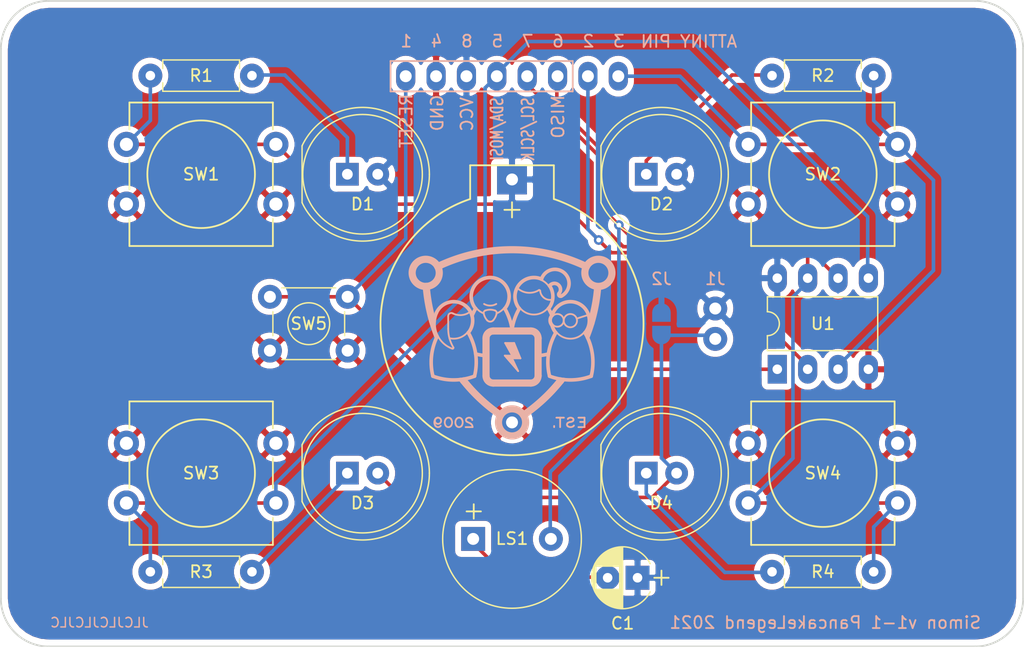
<source format=kicad_pcb>
(kicad_pcb (version 20171130) (host pcbnew "(5.1.6)-1")
  (layers (0 F.Cu signal) (31 B.Cu signal) (34 B.Paste user) (35 F.Paste user) (36 B.SilkS user) (37 F.SilkS user) (38 B.Mask user) (39 F.Mask user) (44 Edge.Cuts user))
  (net 0 "")
  (net 1 "Net-(D1-Pad1)")
  (net 2 "Net-(D2-Pad1)")
  (net 3 "Net-(D3-Pad1)")
  (net 4 "Net-(D4-Pad1)")
  (net 5 GND)
  (net 6 +BATT)
  (net 7 "Net-(C1-Pad2)")
  (net 8 "Net-(D3-Pad2)")
  (net 9 "Net-(J1-Pad5)")
  (net 10 "Net-(J1-Pad4)")
  (net 11 "Net-(J1-Pad8)")
  (net 12 "Net-(J1-Pad1)")
  (net 13 "Net-(J1-Pad6)")
  (net 14 "Net-(J1-Pad7)")
  (module CCHS:LED_D10.0mm (layer F.Cu) (at 12.5 -12.5)
    (fp_text reference D2 (at 0 2.5) (layer F.SilkS))
    (fp_text value LED)
    (fp_line (start -5.06 -2.376) (end -5.06 2.376) (layer F.SilkS) (width 0.12))
    (fp_circle (center 0 0) (end 5 0) (layer F.SilkS) (width 0.12))
    (fp_arc (start 0 0) (end -5.06 2.375816) (angle -154.8) (layer F.SilkS) (width 0.12))
    (fp_arc (start 0 0) (end -5.06 -2.375816) (angle 154.8) (layer F.SilkS) (width 0.12))
    (pad 2 thru_hole circle (at 1.27 0) (size 1.9 1.9) (drill 0.9) (layers *.Cu *.Mask) (net 6 +BATT))
    (pad 1 thru_hole rect (at -1.27 0) (size 1.9 1.9) (drill 0.9) (layers *.Cu *.Mask) (net 2 "Net-(D2-Pad1)"))
  )
  (module CCHS:DIP-8_W7.62mm_LongPads (layer F.Cu) (at 26 0 90)
    (fp_text reference U1 (at 0 0 180) (layer F.SilkS))
    (fp_text value ATtiny13-20PU)
    (fp_line (start 2.25 -4.64) (end 1 -4.64) (layer F.SilkS) (width 0.12))
    (fp_line (start 2.25 4.59) (end 2.25 -4.64) (layer F.SilkS) (width 0.12))
    (fp_line (start -2.25 4.59) (end 2.25 4.59) (layer F.SilkS) (width 0.12))
    (fp_line (start -2.25 -4.64) (end -2.25 4.59) (layer F.SilkS) (width 0.12))
    (fp_line (start -1 -4.64) (end -2.25 -4.64) (layer F.SilkS) (width 0.12))
    (fp_arc (start 0 -4.64) (end -1 -4.64) (angle -180) (layer F.SilkS) (width 0.12))
    (pad 8 thru_hole oval (at 3.81 -3.81 90) (size 2.4 1.6) (drill 0.8) (layers *.Cu *.Mask) (net 6 +BATT))
    (pad 4 thru_hole oval (at -3.81 3.81 90) (size 2.4 1.6) (drill 0.8) (layers *.Cu *.Mask) (net 5 GND))
    (pad 7 thru_hole oval (at 3.81 -1.27 90) (size 2.4 1.6) (drill 0.8) (layers *.Cu *.Mask) (net 9 "Net-(J1-Pad5)"))
    (pad 3 thru_hole oval (at -3.81 1.27 90) (size 2.4 1.6) (drill 0.8) (layers *.Cu *.Mask) (net 11 "Net-(J1-Pad8)"))
    (pad 6 thru_hole oval (at 3.81 1.27 90) (size 2.4 1.6) (drill 0.8) (layers *.Cu *.Mask) (net 13 "Net-(J1-Pad6)"))
    (pad 2 thru_hole oval (at -3.81 -1.27 90) (size 2.4 1.6) (drill 0.8) (layers *.Cu *.Mask) (net 14 "Net-(J1-Pad7)"))
    (pad 5 thru_hole oval (at 3.81 3.81 90) (size 2.4 1.6) (drill 0.8) (layers *.Cu *.Mask) (net 10 "Net-(J1-Pad4)"))
    (pad 1 thru_hole rect (at -3.81 -3.81 90) (size 2.4 1.6) (drill 0.8) (layers *.Cu *.Mask) (net 12 "Net-(J1-Pad1)"))
  )
  (module CCHS:CR2032-Plastic (layer F.Cu) (at 0 0)
    (fp_text reference J1 hide)
    (fp_text value Battery_Cell)
    (fp_line (start -0.635 -9.525) (end 0.635 -9.525) (layer F.SilkS) (width 0.15))
    (fp_line (start 0 -10.16) (end 0 -8.89) (layer F.SilkS) (width 0.15))
    (fp_line (start 3.5 -13.25) (end 3.5 -10.428326) (layer F.SilkS) (width 0.15))
    (fp_line (start -3.5 -13.25) (end -3.5 -10.428326) (layer F.SilkS) (width 0.15))
    (fp_line (start -3.5 -13.25) (end 3.5 -13.25) (layer F.SilkS) (width 0.15))
    (fp_arc (start 0 0) (end -3.499999 -10.428326) (angle -322.9) (layer F.SilkS) (width 0.15))
    (pad 2 thru_hole circle (at 0 8.255 270) (size 2.5 2.5) (drill 1) (layers *.Cu *.Mask) (net 5 GND))
    (pad 1 thru_hole rect (at 0 -12.065 270) (size 2.5 2.5) (drill 1) (layers *.Cu *.Mask) (net 6 +BATT))
  )
  (module CCHS:LED_D10.0mm (layer F.Cu) (at 12.5 12.5)
    (fp_text reference D4 (at -0.02 2.5) (layer F.SilkS))
    (fp_text value LED)
    (fp_line (start -5.06 -2.376) (end -5.06 2.376) (layer F.SilkS) (width 0.12))
    (fp_circle (center 0 0) (end 5 0) (layer F.SilkS) (width 0.12))
    (fp_arc (start 0 0) (end -5.06 2.375816) (angle -154.8) (layer F.SilkS) (width 0.12))
    (fp_arc (start 0 0) (end -5.06 -2.375816) (angle 154.8) (layer F.SilkS) (width 0.12))
    (pad 2 thru_hole circle (at 1.27 0) (size 1.9 1.9) (drill 0.9) (layers *.Cu *.Mask) (net 8 "Net-(D3-Pad2)"))
    (pad 1 thru_hole rect (at -1.27 0) (size 1.9 1.9) (drill 0.9) (layers *.Cu *.Mask) (net 4 "Net-(D4-Pad1)"))
  )
  (module CCHS:CP_Radial_D5.0mm_P2.50mm (layer F.Cu) (at 10.5 21.25 180)
    (fp_text reference C1 (at 1.25 -3.81) (layer F.SilkS))
    (fp_text value CP)
    (fp_line (start 1.25 -2.55) (end 1.25 2.55) (layer F.SilkS) (width 0.12))
    (fp_line (start 1.29 -2.55) (end 1.29 2.55) (layer F.SilkS) (width 0.12))
    (fp_line (start 1.33 -2.549) (end 1.33 2.549) (layer F.SilkS) (width 0.12))
    (fp_line (start 1.37 -2.548) (end 1.37 2.548) (layer F.SilkS) (width 0.12))
    (fp_line (start 1.41 -2.546) (end 1.41 2.546) (layer F.SilkS) (width 0.12))
    (fp_line (start 1.45 -2.543) (end 1.45 2.543) (layer F.SilkS) (width 0.12))
    (fp_line (start 1.49 -2.539) (end 1.49 2.539) (layer F.SilkS) (width 0.12))
    (fp_line (start 1.53 -2.535) (end 1.53 -0.98) (layer F.SilkS) (width 0.12))
    (fp_line (start 1.53 0.98) (end 1.53 2.535) (layer F.SilkS) (width 0.12))
    (fp_line (start 1.57 -2.531) (end 1.57 -0.98) (layer F.SilkS) (width 0.12))
    (fp_line (start 1.57 0.98) (end 1.57 2.531) (layer F.SilkS) (width 0.12))
    (fp_line (start 1.61 -2.525) (end 1.61 -0.98) (layer F.SilkS) (width 0.12))
    (fp_line (start 1.61 0.98) (end 1.61 2.525) (layer F.SilkS) (width 0.12))
    (fp_line (start 1.65 -2.519) (end 1.65 -0.98) (layer F.SilkS) (width 0.12))
    (fp_line (start 1.65 0.98) (end 1.65 2.519) (layer F.SilkS) (width 0.12))
    (fp_line (start 1.69 -2.513) (end 1.69 -0.98) (layer F.SilkS) (width 0.12))
    (fp_line (start 1.69 0.98) (end 1.69 2.513) (layer F.SilkS) (width 0.12))
    (fp_line (start 1.73 -2.506) (end 1.73 -0.98) (layer F.SilkS) (width 0.12))
    (fp_line (start 1.73 0.98) (end 1.73 2.506) (layer F.SilkS) (width 0.12))
    (fp_line (start 1.77 -2.498) (end 1.77 -0.98) (layer F.SilkS) (width 0.12))
    (fp_line (start 1.77 0.98) (end 1.77 2.498) (layer F.SilkS) (width 0.12))
    (fp_line (start 1.81 -2.489) (end 1.81 -0.98) (layer F.SilkS) (width 0.12))
    (fp_line (start 1.81 0.98) (end 1.81 2.489) (layer F.SilkS) (width 0.12))
    (fp_line (start 1.85 -2.48) (end 1.85 -0.98) (layer F.SilkS) (width 0.12))
    (fp_line (start 1.85 0.98) (end 1.85 2.48) (layer F.SilkS) (width 0.12))
    (fp_line (start 1.89 -2.47) (end 1.89 -0.98) (layer F.SilkS) (width 0.12))
    (fp_line (start 1.89 0.98) (end 1.89 2.47) (layer F.SilkS) (width 0.12))
    (fp_line (start 1.93 -2.46) (end 1.93 -0.98) (layer F.SilkS) (width 0.12))
    (fp_line (start 1.93 0.98) (end 1.93 2.46) (layer F.SilkS) (width 0.12))
    (fp_line (start 1.971 -2.448) (end 1.971 -0.98) (layer F.SilkS) (width 0.12))
    (fp_line (start 1.971 0.98) (end 1.971 2.448) (layer F.SilkS) (width 0.12))
    (fp_line (start 2.011 -2.436) (end 2.011 -0.98) (layer F.SilkS) (width 0.12))
    (fp_line (start 2.011 0.98) (end 2.011 2.436) (layer F.SilkS) (width 0.12))
    (fp_line (start 2.051 -2.424) (end 2.051 -0.98) (layer F.SilkS) (width 0.12))
    (fp_line (start 2.051 0.98) (end 2.051 2.424) (layer F.SilkS) (width 0.12))
    (fp_line (start 2.091 -2.41) (end 2.091 -0.98) (layer F.SilkS) (width 0.12))
    (fp_line (start 2.091 0.98) (end 2.091 2.41) (layer F.SilkS) (width 0.12))
    (fp_line (start 2.131 -2.396) (end 2.131 -0.98) (layer F.SilkS) (width 0.12))
    (fp_line (start 2.131 0.98) (end 2.131 2.396) (layer F.SilkS) (width 0.12))
    (fp_line (start 2.171 -2.382) (end 2.171 -0.98) (layer F.SilkS) (width 0.12))
    (fp_line (start 2.171 0.98) (end 2.171 2.382) (layer F.SilkS) (width 0.12))
    (fp_line (start 2.211 -2.366) (end 2.211 -0.98) (layer F.SilkS) (width 0.12))
    (fp_line (start 2.211 0.98) (end 2.211 2.366) (layer F.SilkS) (width 0.12))
    (fp_line (start 2.251 -2.35) (end 2.251 -0.98) (layer F.SilkS) (width 0.12))
    (fp_line (start 2.251 0.98) (end 2.251 2.35) (layer F.SilkS) (width 0.12))
    (fp_line (start 2.291 -2.333) (end 2.291 -0.98) (layer F.SilkS) (width 0.12))
    (fp_line (start 2.291 0.98) (end 2.291 2.333) (layer F.SilkS) (width 0.12))
    (fp_line (start 2.331 -2.315) (end 2.331 -0.98) (layer F.SilkS) (width 0.12))
    (fp_line (start 2.331 0.98) (end 2.331 2.315) (layer F.SilkS) (width 0.12))
    (fp_line (start 2.371 -2.296) (end 2.371 -0.98) (layer F.SilkS) (width 0.12))
    (fp_line (start 2.371 0.98) (end 2.371 2.296) (layer F.SilkS) (width 0.12))
    (fp_line (start 2.411 -2.276) (end 2.411 -0.98) (layer F.SilkS) (width 0.12))
    (fp_line (start 2.411 0.98) (end 2.411 2.276) (layer F.SilkS) (width 0.12))
    (fp_line (start 2.451 -2.256) (end 2.451 -0.98) (layer F.SilkS) (width 0.12))
    (fp_line (start 2.451 0.98) (end 2.451 2.256) (layer F.SilkS) (width 0.12))
    (fp_line (start 2.491 -2.234) (end 2.491 -0.98) (layer F.SilkS) (width 0.12))
    (fp_line (start 2.491 0.98) (end 2.491 2.234) (layer F.SilkS) (width 0.12))
    (fp_line (start 2.531 -2.212) (end 2.531 -0.98) (layer F.SilkS) (width 0.12))
    (fp_line (start 2.531 0.98) (end 2.531 2.212) (layer F.SilkS) (width 0.12))
    (fp_line (start 2.571 -2.189) (end 2.571 -0.98) (layer F.SilkS) (width 0.12))
    (fp_line (start 2.571 0.98) (end 2.571 2.189) (layer F.SilkS) (width 0.12))
    (fp_line (start 2.611 -2.165) (end 2.611 -0.98) (layer F.SilkS) (width 0.12))
    (fp_line (start 2.611 0.98) (end 2.611 2.165) (layer F.SilkS) (width 0.12))
    (fp_line (start 2.651 -2.14) (end 2.651 -0.98) (layer F.SilkS) (width 0.12))
    (fp_line (start 2.651 0.98) (end 2.651 2.14) (layer F.SilkS) (width 0.12))
    (fp_line (start 2.691 -2.113) (end 2.691 -0.98) (layer F.SilkS) (width 0.12))
    (fp_line (start 2.691 0.98) (end 2.691 2.113) (layer F.SilkS) (width 0.12))
    (fp_line (start 2.731 -2.086) (end 2.731 -0.98) (layer F.SilkS) (width 0.12))
    (fp_line (start 2.731 0.98) (end 2.731 2.086) (layer F.SilkS) (width 0.12))
    (fp_line (start 2.771 -2.058) (end 2.771 -0.98) (layer F.SilkS) (width 0.12))
    (fp_line (start 2.771 0.98) (end 2.771 2.058) (layer F.SilkS) (width 0.12))
    (fp_line (start 2.811 -2.028) (end 2.811 -0.98) (layer F.SilkS) (width 0.12))
    (fp_line (start 2.811 0.98) (end 2.811 2.028) (layer F.SilkS) (width 0.12))
    (fp_line (start 2.851 -1.997) (end 2.851 -0.98) (layer F.SilkS) (width 0.12))
    (fp_line (start 2.851 0.98) (end 2.851 1.997) (layer F.SilkS) (width 0.12))
    (fp_line (start 2.891 -1.965) (end 2.891 -0.98) (layer F.SilkS) (width 0.12))
    (fp_line (start 2.891 0.98) (end 2.891 1.965) (layer F.SilkS) (width 0.12))
    (fp_line (start 2.931 -1.932) (end 2.931 -0.98) (layer F.SilkS) (width 0.12))
    (fp_line (start 2.931 0.98) (end 2.931 1.932) (layer F.SilkS) (width 0.12))
    (fp_line (start 2.971 -1.897) (end 2.971 -0.98) (layer F.SilkS) (width 0.12))
    (fp_line (start 2.971 0.98) (end 2.971 1.897) (layer F.SilkS) (width 0.12))
    (fp_line (start 3.011 -1.861) (end 3.011 -0.98) (layer F.SilkS) (width 0.12))
    (fp_line (start 3.011 0.98) (end 3.011 1.861) (layer F.SilkS) (width 0.12))
    (fp_line (start 3.051 -1.823) (end 3.051 -0.98) (layer F.SilkS) (width 0.12))
    (fp_line (start 3.051 0.98) (end 3.051 1.823) (layer F.SilkS) (width 0.12))
    (fp_line (start 3.091 -1.783) (end 3.091 -0.98) (layer F.SilkS) (width 0.12))
    (fp_line (start 3.091 0.98) (end 3.091 1.783) (layer F.SilkS) (width 0.12))
    (fp_line (start 3.131 -1.742) (end 3.131 -0.98) (layer F.SilkS) (width 0.12))
    (fp_line (start 3.131 0.98) (end 3.131 1.742) (layer F.SilkS) (width 0.12))
    (fp_line (start 3.171 -1.699) (end 3.171 -0.98) (layer F.SilkS) (width 0.12))
    (fp_line (start 3.171 0.98) (end 3.171 1.699) (layer F.SilkS) (width 0.12))
    (fp_line (start 3.211 -1.654) (end 3.211 -0.98) (layer F.SilkS) (width 0.12))
    (fp_line (start 3.211 0.98) (end 3.211 1.654) (layer F.SilkS) (width 0.12))
    (fp_line (start 3.251 -1.606) (end 3.251 -0.98) (layer F.SilkS) (width 0.12))
    (fp_line (start 3.251 0.98) (end 3.251 1.606) (layer F.SilkS) (width 0.12))
    (fp_line (start 3.291 -1.556) (end 3.291 -0.98) (layer F.SilkS) (width 0.12))
    (fp_line (start 3.291 0.98) (end 3.291 1.556) (layer F.SilkS) (width 0.12))
    (fp_line (start 3.331 -1.504) (end 3.331 -0.98) (layer F.SilkS) (width 0.12))
    (fp_line (start 3.331 0.98) (end 3.331 1.504) (layer F.SilkS) (width 0.12))
    (fp_line (start 3.371 -1.448) (end 3.371 -0.98) (layer F.SilkS) (width 0.12))
    (fp_line (start 3.371 0.98) (end 3.371 1.448) (layer F.SilkS) (width 0.12))
    (fp_line (start 3.411 -1.39) (end 3.411 -0.98) (layer F.SilkS) (width 0.12))
    (fp_line (start 3.411 0.98) (end 3.411 1.39) (layer F.SilkS) (width 0.12))
    (fp_line (start 3.451 -1.327) (end 3.451 -0.98) (layer F.SilkS) (width 0.12))
    (fp_line (start 3.451 0.98) (end 3.451 1.327) (layer F.SilkS) (width 0.12))
    (fp_line (start 3.491 -1.261) (end 3.491 1.261) (layer F.SilkS) (width 0.12))
    (fp_line (start 3.531 -1.189) (end 3.531 1.189) (layer F.SilkS) (width 0.12))
    (fp_line (start 3.571 -1.112) (end 3.571 1.112) (layer F.SilkS) (width 0.12))
    (fp_line (start 3.611 -1.028) (end 3.611 1.028) (layer F.SilkS) (width 0.12))
    (fp_line (start 3.651 -0.934) (end 3.651 0.934) (layer F.SilkS) (width 0.12))
    (fp_line (start 3.691 -0.829) (end 3.691 0.829) (layer F.SilkS) (width 0.12))
    (fp_line (start 3.731 -0.707) (end 3.731 0.707) (layer F.SilkS) (width 0.12))
    (fp_line (start 3.771 -0.559) (end 3.771 0.559) (layer F.SilkS) (width 0.12))
    (fp_line (start 3.811 -0.354) (end 3.811 0.354) (layer F.SilkS) (width 0.12))
    (fp_line (start -2 0.6) (end -2 -0.6) (layer F.SilkS) (width 0.15))
    (fp_line (start -1.4 0) (end -2.6 0) (layer F.SilkS) (width 0.15))
    (fp_arc (start 1.25 0) (end -1.05558 -1.18) (angle 125.8) (layer F.SilkS) (width 0.12))
    (fp_arc (start 1.25 0) (end -1.05558 1.18) (angle -125.8) (layer F.SilkS) (width 0.12))
    (fp_arc (start 1.25 0) (end 3.55558 -1.18) (angle 54.2) (layer F.SilkS) (width 0.12))
    (pad 1 thru_hole rect (at 0 0 180) (size 2 2) (drill 0.8) (layers *.Cu *.Mask) (net 6 +BATT))
    (pad 2 thru_hole circle (at 2.5 0 180) (size 2 2) (drill 0.8) (layers *.Cu *.Mask) (net 7 "Net-(C1-Pad2)"))
  )
  (module CCHS:Buzzer_12x9.5RM6.5 (layer F.Cu) (at 0 18)
    (fp_text reference LS1 (at 0 -0.025001) (layer F.SilkS))
    (fp_text value Speaker)
    (fp_circle (center 0 0) (end 5.8 0) (layer F.SilkS) (width 0.12))
    (fp_line (start -3.2 -2.9) (end -3.2 -1.7) (layer F.SilkS) (width 0.15))
    (fp_line (start -3.8 -2.3) (end -2.6 -2.3) (layer F.SilkS) (width 0.15))
    (pad 1 thru_hole rect (at -3.25 0) (size 2 2) (drill 1) (layers *.Cu *.Mask) (net 7 "Net-(C1-Pad2)"))
    (pad 2 thru_hole circle (at 3.25 0) (size 2 2) (drill 1) (layers *.Cu *.Mask) (net 13 "Net-(J1-Pad6)"))
  )
  (module CCHS:CCHS_Logo_NoText (layer B.Cu) (at 9.48 13.52 180)
    (fp_text reference L1 hide)
    (fp_text value CCHS_Logo)
    (fp_line (start 7.910096 8.556047) (end 11.042096 8.556047) (layer B.SilkS) (width 0.6))
    (fp_line (start 11.653346 12.299297) (end 11.653346 9.167297) (layer B.SilkS) (width 0.6))
    (fp_line (start 7.910096 12.910547) (end 11.042096 12.910547) (layer B.SilkS) (width 0.6))
    (fp_line (start 7.298846 9.167297) (end 7.298846 12.299297) (layer B.SilkS) (width 0.6))
    (fp_circle (center 9.476096 5.265221) (end 10.610711 5.265221) (layer B.SilkS) (width 0.6))
    (fp_circle (center 16.697636 17.773296) (end 17.832251 17.773296) (layer B.SilkS) (width 0.6))
    (fp_circle (center 2.254555 17.773296) (end 3.38917 17.773296) (layer B.SilkS) (width 0.6))
    (fp_circle (center 15.667868 5.39993) (end 15.927659 5.39993) (layer B.SilkS) (width 0.15))
    (fp_line (start 13.024669 5.212104) (end 13.20465 5.294792) (layer B.SilkS) (width 0.15))
    (fp_line (start 13.357461 4.870721) (end 12.78048 4.870721) (layer B.SilkS) (width 0.15))
    (fp_line (start 5.955238 4.870721) (end 5.955238 4.962904) (layer B.SilkS) (width 0.15))
    (fp_line (start 4.524195 5.315233) (end 4.652818 5.291761) (layer B.SilkS) (width 0.15))
    (fp_line (start 5.45385 5.659721) (end 5.45385 4.870721) (layer B.SilkS) (width 0.15))
    (fp_line (start 5.140177 5.659721) (end 5.767523 5.659721) (layer B.SilkS) (width 0.15))
    (fp_line (start 3.415793 5.304671) (end 3.778314 5.304671) (layer B.SilkS) (width 0.15))
    (fp_line (start 3.415793 5.659721) (end 3.921977 5.659721) (layer B.SilkS) (width 0.15))
    (fp_line (start 3.415793 4.870721) (end 3.415793 5.659721) (layer B.SilkS) (width 0.15))
    (fp_line (start 3.921977 4.870721) (end 3.415793 4.870721) (layer B.SilkS) (width 0.15))
    (fp_line (start 9.569166 10.481333) (end 9.756906 10.698565) (layer B.SilkS) (width 0.15))
    (fp_line (start 9.671618 10.698565) (end 9.569166 10.481333) (layer B.SilkS) (width 0.15))
    (fp_line (start 9.756906 10.698565) (end 9.671618 10.698565) (layer B.SilkS) (width 0.15))
    (fp_line (start 9.378474 11.309918) (end 9.543414 11.605685) (layer B.SilkS) (width 0.15))
    (fp_line (start 9.499449 11.605685) (end 9.378474 11.309918) (layer B.SilkS) (width 0.15))
    (fp_line (start 9.543414 11.605685) (end 9.499449 11.605685) (layer B.SilkS) (width 0.15))
    (fp_line (start 9.207315 10.849012) (end 9.671113 11.680685) (layer B.SilkS) (width 0.15))
    (fp_line (start 9.108922 10.849012) (end 9.207315 10.849012) (layer B.SilkS) (width 0.15))
    (fp_line (start 9.449094 11.680685) (end 9.108922 10.849012) (layer B.SilkS) (width 0.15))
    (fp_line (start 9.671113 11.680685) (end 9.449094 11.680685) (layer B.SilkS) (width 0.15))
    (fp_line (start 9.251364 10.774012) (end 9.798812 11.755685) (layer B.SilkS) (width 0.15))
    (fp_line (start 8.997214 10.774012) (end 9.251364 10.774012) (layer B.SilkS) (width 0.15))
    (fp_line (start 9.39874 11.755685) (end 8.997214 10.774012) (layer B.SilkS) (width 0.15))
    (fp_line (start 9.798812 11.755685) (end 9.39874 11.755685) (layer B.SilkS) (width 0.15))
    (fp_line (start 9.336988 10.773565) (end 9.926511 11.830685) (layer B.SilkS) (width 0.15))
    (fp_line (start 9.920851 10.773565) (end 9.336988 10.773565) (layer B.SilkS) (width 0.15))
    (fp_line (start 9.267553 10.017638) (end 9.920851 10.773565) (layer B.SilkS) (width 0.15))
    (fp_line (start 9.588907 10.699012) (end 9.267553 10.017638) (layer B.SilkS) (width 0.15))
    (fp_line (start 8.885506 10.699012) (end 9.588907 10.699012) (layer B.SilkS) (width 0.15))
    (fp_line (start 9.348385 11.830685) (end 8.885506 10.699012) (layer B.SilkS) (width 0.15))
    (fp_line (start 9.926511 11.830685) (end 9.348385 11.830685) (layer B.SilkS) (width 0.15))
    (fp_line (start 9.464687 10.848565) (end 10.054211 11.905685) (layer B.SilkS) (width 0.15))
    (fp_line (start 10.084796 10.848565) (end 9.464687 10.848565) (layer B.SilkS) (width 0.15))
    (fp_line (start 8.965941 9.553944) (end 10.084796 10.848565) (layer B.SilkS) (width 0.15))
    (fp_line (start 9.470612 10.624012) (end 8.965941 9.553944) (layer B.SilkS) (width 0.15))
    (fp_line (start 8.773798 10.624012) (end 9.470612 10.624012) (layer B.SilkS) (width 0.15))
    (fp_line (start 9.298031 11.905685) (end 8.773798 10.624012) (layer B.SilkS) (width 0.15))
    (fp_line (start 10.054211 11.905685) (end 9.298031 11.905685) (layer B.SilkS) (width 0.15))
    (fp_line (start 4.067506 13.946904) (end 3.087063 14.262213) (layer B.SilkS) (width 0.15))
    (fp_line (start 14.81606 13.086738) (end 14.81606 14.155281) (layer B.SilkS) (width 0.15))
    (fp_circle (center 5.687177 13.800778) (end 6.218953 13.800778) (layer B.SilkS) (width 0.15))
    (fp_circle (center 4.596634 13.776737) (end 5.152451 13.776737) (layer B.SilkS) (width 0.15))
    (fp_arc (start 2.254555 17.773296) (end 10.43566 5.870686) (angle 16.7560567) (layer B.SilkS) (width 0.6))
    (fp_arc (start 16.697636 17.773296) (end 5.432402 8.734652) (angle 16.7560567) (layer B.SilkS) (width 0.6))
    (fp_arc (start 16.710864 17.728702) (end 2.312349 16.594963) (angle 12.09688078) (layer B.SilkS) (width 0.6))
    (fp_arc (start 9.476096 5.265221) (end 15.693506 18.30157) (angle 50.99563894) (layer B.SilkS) (width 0.6))
    (fp_arc (start 2.254555 17.773296) (end 16.13381 13.777187) (angle 11.55996388) (layer B.SilkS) (width 0.6))
    (fp_arc (start 11.042096 9.167297) (end 11.042096 8.556047) (angle 90) (layer B.SilkS) (width 0.6))
    (fp_arc (start 7.910096 9.167297) (end 7.298846 9.167297) (angle 90) (layer B.SilkS) (width 0.6))
    (fp_arc (start 11.042096 12.299297) (end 11.653346 12.299297) (angle 90) (layer B.SilkS) (width 0.6))
    (fp_arc (start 7.910096 12.299297) (end 7.910096 12.910547) (angle 90) (layer B.SilkS) (width 0.6))
    (fp_arc (start 2.254555 17.773296) (end 13.636786 8.64078) (angle 1.031358552) (layer B.SilkS) (width 0.3))
    (fp_arc (start 16.697636 17.773296) (end 5.152868 8.847136) (angle 1.031358552) (layer B.SilkS) (width 0.3))
    (fp_arc (start 16.697636 17.773296) (end 2.723746 13.567538) (angle 5.116448184) (layer B.SilkS) (width 0.3))
    (fp_arc (start 2.254555 17.773296) (end 15.797696 12.338101) (angle 5.804658442) (layer B.SilkS) (width 0.3))
    (fp_arc (start 1.584583 10.304955) (end 6.338182 9.131592) (angle 44.02978216) (layer B.SilkS) (width 0.3))
    (fp_arc (start 7.608684 10.304955) (end 3.375423 12.765236) (angle 44.02978216) (layer B.SilkS) (width 0.3))
    (fp_arc (start 4.596634 13.776737) (end 2.855086 9.131592) (angle 41.1038383) (layer B.SilkS) (width 0.3))
    (fp_arc (start 5.687177 13.800778) (end 6.134729 13.391053) (angle 87.47270895) (layer B.SilkS) (width 0.3))
    (fp_arc (start 4.596634 13.776737) (end 5.817844 12.765236) (angle 25.5572718) (layer B.SilkS) (width 0.3))
    (fp_arc (start 7.646931 15.796407) (end 6.433219 10.986285) (angle 10.13801209) (layer B.SilkS) (width 0.3))
    (fp_arc (start 14.355558 13.776737) (end 12.61401 9.131592) (angle 41.1038383) (layer B.SilkS) (width 0.3))
    (fp_arc (start 11.343508 10.304955) (end 16.097106 9.131592) (angle 38.4002057) (layer B.SilkS) (width 0.3))
    (fp_arc (start 17.367609 10.304955) (end 13.134348 12.765236) (angle 44.02978216) (layer B.SilkS) (width 0.3))
    (fp_arc (start 11.305261 15.796407) (end 11.653346 10.84775) (angle 10.13801209) (layer B.SilkS) (width 0.3))
    (fp_arc (start 8.29321 12.324625) (end 12.8229 14.183493) (angle 7.852259834) (layer B.SilkS) (width 0.3))
    (fp_arc (start 14.317312 12.324625) (end 10.084051 14.784906) (angle 21.56387318) (layer B.SilkS) (width 0.3))
    (fp_arc (start 11.305261 15.796407) (end 12.526471 14.784906) (angle 259.2683831) (layer B.SilkS) (width 0.3))
    (fp_arc (start 14.355558 13.776737) (end 15.806249 14.417039) (angle 195.8186035) (layer B.SilkS) (width 0.3))
    (fp_arc (start 4.596634 13.776737) (end 2.869666 13.602709) (angle 35.78225853) (layer B.SilkS) (width 0.3))
    (fp_arc (start 4.596634 13.776737) (end 6.116238 14.229828) (angle 203.0315269) (layer B.SilkS) (width 0.3))
    (fp_arc (start 10.658981 12.324625) (end 6.42572 14.784906) (angle 7.565180006) (layer B.SilkS) (width 0.3))
    (fp_arc (start 7.646931 15.796407) (end 6.338894 16.692805) (angle 74.05703736) (layer B.SilkS) (width 0.3))
    (fp_arc (start 5.423547 15.96538) (end 5.355895 15.831503) (angle 156.1116405) (layer B.SilkS) (width 0.3))
    (fp_arc (start 5.888396 16.885267) (end 7.011555 17.249262) (angle 225.2344819) (layer B.SilkS) (width 0.3))
    (fp_arc (start 7.646931 15.796407) (end 8.868141 14.784906) (angle 153.2553632) (layer B.SilkS) (width 0.3))
    (fp_arc (start 4.63488 12.324625) (end 9.476096 13.056821) (angle 21.56387318) (layer B.SilkS) (width 0.3))
    (fp_arc (start 13.726542 13.499104) (end 15.744109 12.451625) (angle 51.25298943) (layer B.SilkS) (width 0.3))
    (fp_arc (start 5.93401 16.383229) (end 6.338894 16.692805) (angle 181.9009777) (layer B.SilkS) (width 0.3))
    (fp_arc (start 13.720755 5.265221) (end 14.13606 4.992105) (angle 66.66) (layer B.SilkS) (width 0.15))
    (fp_arc (start 13.910956 5.140139) (end 13.685851 4.992105) (angle 113.34) (layer B.SilkS) (width 0.15))
    (fp_arc (start 14.101157 5.265221) (end 13.685851 5.538337) (angle 66.66) (layer B.SilkS) (width 0.15))
    (fp_arc (start 13.910956 5.390302) (end 14.13606 5.538337) (angle 113.34) (layer B.SilkS) (width 0.15))
    (fp_arc (start 15.667868 5.390302) (end 15.892972 5.538337) (angle 56.67) (layer B.SilkS) (width 0.15))
    (fp_arc (start 15.477667 5.265221) (end 15.892972 4.992105) (angle 66.66) (layer B.SilkS) (width 0.15))
    (fp_arc (start 15.667868 5.140139) (end 15.442763 4.992105) (angle 113.34) (layer B.SilkS) (width 0.15))
    (fp_arc (start 14.607117 5.265221) (end 15.022423 4.992105) (angle 66.66) (layer B.SilkS) (width 0.15))
    (fp_arc (start 14.797318 5.140139) (end 14.572214 4.992105) (angle 113.34) (layer B.SilkS) (width 0.15))
    (fp_arc (start 14.98752 5.265221) (end 14.572214 5.538337) (angle 66.66) (layer B.SilkS) (width 0.15))
    (fp_arc (start 14.797318 5.390302) (end 15.022423 5.538337) (angle 113.34) (layer B.SilkS) (width 0.15))
    (fp_arc (start 12.96854 5.462365) (end 12.86811 5.590115) (angle 51.82729237) (layer B.SilkS) (width 0.15))
    (fp_arc (start 13.06897 5.334616) (end 13.269831 5.590115) (angle 76.34541525) (layer B.SilkS) (width 0.15))
    (fp_arc (start 13.169401 5.462365) (end 13.269831 5.334616) (angle 103.6545847) (layer B.SilkS) (width 0.15))
    (fp_arc (start 13.06897 5.590115) (end 13.20465 5.294792) (angle 13.49736873) (layer B.SilkS) (width 0.15))
    (fp_arc (start 13.264731 4.689578) (end 13.024669 5.212104) (angle 12.08850988) (layer B.SilkS) (width 0.15))
    (fp_arc (start 13.129398 4.870721) (end 12.920564 5.150242) (angle 53.23615123) (layer B.SilkS) (width 0.15))
    (fp_arc (start 4.452848 5.084442) (end 4.299673 5.005763) (angle 27.18755092) (layer B.SilkS) (width 0.15))
    (fp_arc (start 4.582075 5.26478) (end 4.352545 4.94447) (angle 71.24979631) (layer B.SilkS) (width 0.15))
    (fp_arc (start 4.711303 5.084442) (end 4.811606 4.94447) (angle 108.7502037) (layer B.SilkS) (width 0.15))
    (fp_arc (start 4.582075 4.904104) (end 4.811606 5.224414) (angle 25.28295379) (layer B.SilkS) (width 0.15))
    (fp_arc (start 4.582075 5.632407) (end 4.394278 5.370335) (angle 25.28295379) (layer B.SilkS) (width 0.15))
    (fp_arc (start 4.476343 5.484858) (end 4.394278 5.599381) (angle 108.7502037) (layer B.SilkS) (width 0.15))
    (fp_arc (start 4.582075 5.337309) (end 4.769873 5.599381) (angle 71.24979631) (layer B.SilkS) (width 0.15))
    (fp_arc (start 4.687807 5.484858) (end 4.813132 5.549232) (angle 27.18755092) (layer B.SilkS) (width 0.15))
    (fp_arc (start 4.596634 13.776737) (end 3.416152 12.834017) (angle 102.7790174) (layer B.SilkS) (width 0.15))
    (fp_arc (start 7.646931 15.796407) (end 6.466449 14.853687) (angle 102.7790174) (layer B.SilkS) (width 0.15))
    (fp_arc (start 14.45197 11.503594) (end 14.387685 11.542226) (angle 140.9807696) (layer B.SilkS) (width 0.15))
    (fp_arc (start 11.305261 15.796407) (end 11.845458 14.385576) (angle 30.43803688) (layer B.SilkS) (width 0.15))
    (fp_arc (start 11.305261 15.796407) (end 10.124779 14.853687) (angle 30.43803688) (layer B.SilkS) (width 0.15))
    (fp_arc (start 8.018539 17.5964) (end 7.238284 16.325115) (angle 75.59159096) (layer B.SilkS) (width 0.15))
    (fp_arc (start 11.305261 14.03832) (end 11.044603 13.811481) (angle 97.93686253) (layer B.SilkS) (width 0.15))
    (fp_arc (start 10.639563 14.617647) (end 11.565919 13.811481) (angle 30.18113885) (layer B.SilkS) (width 0.15))
    (fp_arc (start 11.639119 14.426059) (end 11.845631 14.386477) (angle 81.70085977) (layer B.SilkS) (width 0.15))
    (fp_arc (start 11.305261 13.464625) (end 11.708096 14.624695) (angle 38.29914023) (layer B.SilkS) (width 0.15))
    (fp_arc (start 10.971403 14.426059) (end 10.902426 14.624695) (angle 81.70085977) (layer B.SilkS) (width 0.15))
    (fp_arc (start 11.970959 14.617647) (end 10.764891 14.386477) (angle 30.18113885) (layer B.SilkS) (width 0.15))
    (fp_arc (start 6.299755 16.340601) (end 6.081753 15.542026) (angle 100.2229633) (layer B.SilkS) (width 0.15))
    (fp_arc (start 7.199052 16.261194) (end 7.238284 16.325115) (angle 116.4935855) (layer B.SilkS) (width 0.15))
    (fp_arc (start 14.355558 13.776737) (end 13.175077 12.834017) (angle 65.09331296) (layer B.SilkS) (width 0.15))
    (fp_arc (start 13.726542 13.499104) (end 14.477594 11.433108) (angle 44.01889469) (layer B.SilkS) (width 0.15))
    (fp_arc (start 13.814259 15.612799) (end 12.961951 14.533274) (angle 65.26558706) (layer B.SilkS) (width 0.15))
    (fp_arc (start 14.55606 14.155281) (end 14.81606 14.155281) (angle 116.9737164) (layer B.SilkS) (width 0.15))
    (fp_arc (start 11.817493 13.086738) (end 14.387685 11.542226) (angle 31.00303545) (layer B.SilkS) (width 0.15))
    (fp_arc (start 11.305261 16.054468) (end 10.794981 15.170636) (angle 60) (layer B.SilkS) (width 0.15))
    (fp_arc (start 7.646931 15.796407) (end 7.032567 17.176557) (angle 32.78073627) (layer B.SilkS) (width 0.15))
  )
  (module CCHS:LED_D10.0mm (layer F.Cu) (at -12.5 -12.5)
    (fp_text reference D1 (at 0 2.5) (layer F.SilkS))
    (fp_text value LED)
    (fp_line (start -5.06 -2.376) (end -5.06 2.376) (layer F.SilkS) (width 0.12))
    (fp_circle (center 0 0) (end 5 0) (layer F.SilkS) (width 0.12))
    (fp_arc (start 0 0) (end -5.06 2.375816) (angle -154.8) (layer F.SilkS) (width 0.12))
    (fp_arc (start 0 0) (end -5.06 -2.375816) (angle 154.8) (layer F.SilkS) (width 0.12))
    (pad 2 thru_hole circle (at 1.27 0) (size 1.9 1.9) (drill 0.9) (layers *.Cu *.Mask) (net 6 +BATT))
    (pad 1 thru_hole rect (at -1.27 0) (size 1.9 1.9) (drill 0.9) (layers *.Cu *.Mask) (net 1 "Net-(D1-Pad1)"))
  )
  (module CCHS:LED_D10.0mm (layer F.Cu) (at -12.5 12.5)
    (fp_text reference D3 (at 0 2.5) (layer F.SilkS))
    (fp_text value LED)
    (fp_line (start -5.06 -2.376) (end -5.06 2.376) (layer F.SilkS) (width 0.12))
    (fp_circle (center 0 0) (end 5 0) (layer F.SilkS) (width 0.12))
    (fp_arc (start 0 0) (end -5.06 2.375816) (angle -154.8) (layer F.SilkS) (width 0.12))
    (fp_arc (start 0 0) (end -5.06 -2.375816) (angle 154.8) (layer F.SilkS) (width 0.12))
    (pad 2 thru_hole circle (at 1.27 0) (size 1.9 1.9) (drill 0.9) (layers *.Cu *.Mask) (net 8 "Net-(D3-Pad2)"))
    (pad 1 thru_hole rect (at -1.27 0) (size 1.9 1.9) (drill 0.9) (layers *.Cu *.Mask) (net 3 "Net-(D3-Pad1)"))
  )
  (module CCHS:SW_PUSH-12mm (layer F.Cu) (at -26 -12.5 180)
    (fp_text reference SW1 (at 0 0) (layer F.SilkS))
    (fp_text value SW_Push)
    (fp_line (start 6 6) (end 6 3.75) (layer F.SilkS) (width 0.15))
    (fp_line (start -6 6) (end 6 6) (layer F.SilkS) (width 0.15))
    (fp_line (start -6 3.75) (end -6 6) (layer F.SilkS) (width 0.15))
    (fp_line (start -6 -1.25) (end -6 1.25) (layer F.SilkS) (width 0.15))
    (fp_line (start 6 -1.25) (end 6 1.25) (layer F.SilkS) (width 0.15))
    (fp_line (start 6 -6) (end 6 -3.75) (layer F.SilkS) (width 0.15))
    (fp_line (start -6 -6) (end 6 -6) (layer F.SilkS) (width 0.15))
    (fp_line (start -6 -3.75) (end -6 -6) (layer F.SilkS) (width 0.15))
    (fp_circle (center 0 0) (end 4.5 0) (layer F.SilkS) (width 0.15))
    (pad 2 thru_hole circle (at 6.25 2.5 180) (size 2.1 2.1) (drill 1.1) (layers *.Cu *.Mask) (net 14 "Net-(J1-Pad7)"))
    (pad 1 thru_hole circle (at 6.25 -2.5 180) (size 2.1 2.1) (drill 1.1) (layers *.Cu *.Mask) (net 5 GND))
    (pad 2 thru_hole circle (at -6.25 2.5 180) (size 2.1 2.1) (drill 1.1) (layers *.Cu *.Mask) (net 14 "Net-(J1-Pad7)"))
    (pad 1 thru_hole circle (at -6.25 -2.5 180) (size 2.1 2.1) (drill 1.1) (layers *.Cu *.Mask) (net 5 GND))
  )
  (module CCHS:SW_PUSH-12mm (layer F.Cu) (at 26 -12.5 180)
    (fp_text reference SW2 (at 0 0) (layer F.SilkS))
    (fp_text value SW_Push)
    (fp_line (start 6 6) (end 6 3.75) (layer F.SilkS) (width 0.15))
    (fp_line (start -6 6) (end 6 6) (layer F.SilkS) (width 0.15))
    (fp_line (start -6 3.75) (end -6 6) (layer F.SilkS) (width 0.15))
    (fp_line (start -6 -1.25) (end -6 1.25) (layer F.SilkS) (width 0.15))
    (fp_line (start 6 -1.25) (end 6 1.25) (layer F.SilkS) (width 0.15))
    (fp_line (start 6 -6) (end 6 -3.75) (layer F.SilkS) (width 0.15))
    (fp_line (start -6 -6) (end 6 -6) (layer F.SilkS) (width 0.15))
    (fp_line (start -6 -3.75) (end -6 -6) (layer F.SilkS) (width 0.15))
    (fp_circle (center 0 0) (end 4.5 0) (layer F.SilkS) (width 0.15))
    (pad 2 thru_hole circle (at 6.25 2.5 180) (size 2.1 2.1) (drill 1.1) (layers *.Cu *.Mask) (net 11 "Net-(J1-Pad8)"))
    (pad 1 thru_hole circle (at 6.25 -2.5 180) (size 2.1 2.1) (drill 1.1) (layers *.Cu *.Mask) (net 5 GND))
    (pad 2 thru_hole circle (at -6.25 2.5 180) (size 2.1 2.1) (drill 1.1) (layers *.Cu *.Mask) (net 11 "Net-(J1-Pad8)"))
    (pad 1 thru_hole circle (at -6.25 -2.5 180) (size 2.1 2.1) (drill 1.1) (layers *.Cu *.Mask) (net 5 GND))
  )
  (module CCHS:SW_PUSH-12mm (layer F.Cu) (at -26 12.5)
    (fp_text reference SW3 (at 0 0) (layer F.SilkS))
    (fp_text value SW_Push)
    (fp_line (start 6 6) (end 6 3.75) (layer F.SilkS) (width 0.15))
    (fp_line (start -6 6) (end 6 6) (layer F.SilkS) (width 0.15))
    (fp_line (start -6 3.75) (end -6 6) (layer F.SilkS) (width 0.15))
    (fp_line (start -6 -1.25) (end -6 1.25) (layer F.SilkS) (width 0.15))
    (fp_line (start 6 -1.25) (end 6 1.25) (layer F.SilkS) (width 0.15))
    (fp_line (start 6 -6) (end 6 -3.75) (layer F.SilkS) (width 0.15))
    (fp_line (start -6 -6) (end 6 -6) (layer F.SilkS) (width 0.15))
    (fp_line (start -6 -3.75) (end -6 -6) (layer F.SilkS) (width 0.15))
    (fp_circle (center 0 0) (end 4.5 0) (layer F.SilkS) (width 0.15))
    (pad 2 thru_hole circle (at 6.25 2.5) (size 2.1 2.1) (drill 1.1) (layers *.Cu *.Mask) (net 10 "Net-(J1-Pad4)"))
    (pad 1 thru_hole circle (at 6.25 -2.5) (size 2.1 2.1) (drill 1.1) (layers *.Cu *.Mask) (net 5 GND))
    (pad 2 thru_hole circle (at -6.25 2.5) (size 2.1 2.1) (drill 1.1) (layers *.Cu *.Mask) (net 10 "Net-(J1-Pad4)"))
    (pad 1 thru_hole circle (at -6.25 -2.5) (size 2.1 2.1) (drill 1.1) (layers *.Cu *.Mask) (net 5 GND))
  )
  (module CCHS:SW_PUSH-12mm (layer F.Cu) (at 26 12.5)
    (fp_text reference SW4 (at 0 0) (layer F.SilkS))
    (fp_text value SW_Push)
    (fp_line (start 6 6) (end 6 3.75) (layer F.SilkS) (width 0.15))
    (fp_line (start -6 6) (end 6 6) (layer F.SilkS) (width 0.15))
    (fp_line (start -6 3.75) (end -6 6) (layer F.SilkS) (width 0.15))
    (fp_line (start -6 -1.25) (end -6 1.25) (layer F.SilkS) (width 0.15))
    (fp_line (start 6 -1.25) (end 6 1.25) (layer F.SilkS) (width 0.15))
    (fp_line (start 6 -6) (end 6 -3.75) (layer F.SilkS) (width 0.15))
    (fp_line (start -6 -6) (end 6 -6) (layer F.SilkS) (width 0.15))
    (fp_line (start -6 -3.75) (end -6 -6) (layer F.SilkS) (width 0.15))
    (fp_circle (center 0 0) (end 4.5 0) (layer F.SilkS) (width 0.15))
    (pad 2 thru_hole circle (at 6.25 2.5) (size 2.1 2.1) (drill 1.1) (layers *.Cu *.Mask) (net 9 "Net-(J1-Pad5)"))
    (pad 1 thru_hole circle (at 6.25 -2.5) (size 2.1 2.1) (drill 1.1) (layers *.Cu *.Mask) (net 5 GND))
    (pad 2 thru_hole circle (at -6.25 2.5) (size 2.1 2.1) (drill 1.1) (layers *.Cu *.Mask) (net 9 "Net-(J1-Pad5)"))
    (pad 1 thru_hole circle (at -6.25 -2.5) (size 2.1 2.1) (drill 1.1) (layers *.Cu *.Mask) (net 5 GND))
  )
  (module CCHS:R_L6.3mm_D2.5mm_P8.5mm (layer F.Cu) (at -26 -20.75)
    (fp_text reference R1 (at 0 0) (layer F.SilkS))
    (fp_text value R hide)
    (fp_line (start -3.21 -0.6) (end -3.21 -1.31) (layer F.SilkS) (width 0.12))
    (fp_line (start -3.21 -1.31) (end 3.21 -1.31) (layer F.SilkS) (width 0.12))
    (fp_line (start 3.21 -1.31) (end 3.21 -0.6) (layer F.SilkS) (width 0.12))
    (fp_line (start -3.21 0.6) (end -3.21 1.31) (layer F.SilkS) (width 0.12))
    (fp_line (start -3.21 1.31) (end 3.21 1.31) (layer F.SilkS) (width 0.12))
    (fp_line (start 3.21 1.31) (end 3.21 0.6) (layer F.SilkS) (width 0.12))
    (pad 1 thru_hole circle (at -4.25 0) (size 2 2) (drill 0.8) (layers *.Cu *.Mask) (net 14 "Net-(J1-Pad7)"))
    (pad 2 thru_hole circle (at 4.25 0) (size 2 2) (drill 0.8) (layers *.Cu *.Mask) (net 1 "Net-(D1-Pad1)"))
  )
  (module CCHS:R_L6.3mm_D2.5mm_P8.5mm (layer F.Cu) (at 26 -20.75 180)
    (fp_text reference R2 (at 0 0) (layer F.SilkS))
    (fp_text value R hide)
    (fp_line (start -3.21 -0.6) (end -3.21 -1.31) (layer F.SilkS) (width 0.12))
    (fp_line (start -3.21 -1.31) (end 3.21 -1.31) (layer F.SilkS) (width 0.12))
    (fp_line (start 3.21 -1.31) (end 3.21 -0.6) (layer F.SilkS) (width 0.12))
    (fp_line (start -3.21 0.6) (end -3.21 1.31) (layer F.SilkS) (width 0.12))
    (fp_line (start -3.21 1.31) (end 3.21 1.31) (layer F.SilkS) (width 0.12))
    (fp_line (start 3.21 1.31) (end 3.21 0.6) (layer F.SilkS) (width 0.12))
    (pad 1 thru_hole circle (at -4.25 0 180) (size 2 2) (drill 0.8) (layers *.Cu *.Mask) (net 11 "Net-(J1-Pad8)"))
    (pad 2 thru_hole circle (at 4.25 0 180) (size 2 2) (drill 0.8) (layers *.Cu *.Mask) (net 2 "Net-(D2-Pad1)"))
  )
  (module CCHS:R_L6.3mm_D2.5mm_P8.5mm (layer F.Cu) (at -26 20.75)
    (fp_text reference R3 (at 0 0) (layer F.SilkS))
    (fp_text value R hide)
    (fp_line (start -3.21 -0.6) (end -3.21 -1.31) (layer F.SilkS) (width 0.12))
    (fp_line (start -3.21 -1.31) (end 3.21 -1.31) (layer F.SilkS) (width 0.12))
    (fp_line (start 3.21 -1.31) (end 3.21 -0.6) (layer F.SilkS) (width 0.12))
    (fp_line (start -3.21 0.6) (end -3.21 1.31) (layer F.SilkS) (width 0.12))
    (fp_line (start -3.21 1.31) (end 3.21 1.31) (layer F.SilkS) (width 0.12))
    (fp_line (start 3.21 1.31) (end 3.21 0.6) (layer F.SilkS) (width 0.12))
    (pad 1 thru_hole circle (at -4.25 0) (size 2 2) (drill 0.8) (layers *.Cu *.Mask) (net 10 "Net-(J1-Pad4)"))
    (pad 2 thru_hole circle (at 4.25 0) (size 2 2) (drill 0.8) (layers *.Cu *.Mask) (net 3 "Net-(D3-Pad1)"))
  )
  (module CCHS:R_L6.3mm_D2.5mm_P8.5mm (layer F.Cu) (at 26 20.75 180)
    (fp_text reference R4 (at 0 0) (layer F.SilkS))
    (fp_text value R hide)
    (fp_line (start -3.21 -0.6) (end -3.21 -1.31) (layer F.SilkS) (width 0.12))
    (fp_line (start -3.21 -1.31) (end 3.21 -1.31) (layer F.SilkS) (width 0.12))
    (fp_line (start 3.21 -1.31) (end 3.21 -0.6) (layer F.SilkS) (width 0.12))
    (fp_line (start -3.21 0.6) (end -3.21 1.31) (layer F.SilkS) (width 0.12))
    (fp_line (start -3.21 1.31) (end 3.21 1.31) (layer F.SilkS) (width 0.12))
    (fp_line (start 3.21 1.31) (end 3.21 0.6) (layer F.SilkS) (width 0.12))
    (pad 1 thru_hole circle (at -4.25 0 180) (size 2 2) (drill 0.8) (layers *.Cu *.Mask) (net 9 "Net-(J1-Pad5)"))
    (pad 2 thru_hole circle (at 4.25 0 180) (size 2 2) (drill 0.8) (layers *.Cu *.Mask) (net 4 "Net-(D4-Pad1)"))
  )
  (module CCHS:SW_PUSH_6mm (layer F.Cu) (at -17 0)
    (fp_text reference SW5 (at 0 0) (layer F.SilkS))
    (fp_text value SW_Push)
    (fp_circle (center 0 0) (end 1.75 0) (layer F.SilkS) (width 0.12))
    (fp_line (start -3 -1) (end -3 1) (layer F.SilkS) (width 0.12))
    (fp_line (start 2.25 -3) (end -2.25 -3) (layer F.SilkS) (width 0.12))
    (fp_line (start 3 1) (end 3 -1) (layer F.SilkS) (width 0.12))
    (fp_line (start -2.25 3) (end 2.25 3) (layer F.SilkS) (width 0.12))
    (pad 2 thru_hole circle (at 3.25 2.25 90) (size 2 2) (drill 1) (layers *.Cu *.Mask) (net 5 GND))
    (pad 2 thru_hole circle (at -3.25 2.25 90) (size 2 2) (drill 1) (layers *.Cu *.Mask) (net 5 GND))
    (pad 1 thru_hole circle (at 3.25 -2.25 90) (size 2 2) (drill 1) (layers *.Cu *.Mask) (net 12 "Net-(J1-Pad1)"))
    (pad 1 thru_hole circle (at -3.25 -2.25 90) (size 2 2) (drill 1) (layers *.Cu *.Mask) (net 12 "Net-(J1-Pad1)"))
  )
  (module CCHS:Jumper_Pad (layer B.Cu) (at 12.5 0 90)
    (fp_text reference J2 (at 3.75 0) (layer B.SilkS) (effects (justify mirror)))
    (fp_text value SolderJumper)
    (pad 2 smd custom (at 0.95 0 270) (size 1.5 1.5) (layers B.Cu B.Paste B.Mask) (net 6 +BATT) (options (clearance outline) (anchor circle)) (primitives (gr_poly (pts (xy 0.77 -0.75) (xy 0.02 -0.75) (xy 0.02 0.75) (xy 0.77 0.75)) (width 0.05)) (gr_arc (start 0.02 0) (end 0.02 0.75) (angle 180) (width 0.05))))
    (pad 1 smd custom (at -0.97 0 90) (size 1.5 1.5) (layers B.Cu B.Paste B.Mask) (net 8 "Net-(D3-Pad2)") (options (clearance outline) (anchor circle)) (primitives (gr_poly (pts (xy 0.77 -0.75) (xy 0.02 -0.75) (xy 0.02 0.75) (xy 0.77 0.75)) (width 0.05)) (gr_arc (start 0.02 0) (end 0.02 0.75) (angle 180) (width 0.05))))
  )
  (module CCHS:ProgJumper (layer F.Cu) (at 17 0 180)
    (fp_text reference J1 (at 0 3.75) (layer B.SilkS) (effects (justify mirror)))
    (fp_text value ProgJumper)
    (pad 2 thru_hole circle (at 0 1.27 180) (size 2 2) (drill 1) (layers *.Cu *.Mask) (net 6 +BATT))
    (pad 1 thru_hole circle (at 0 -1.27 180) (size 2 2) (drill 1) (layers *.Cu *.Mask) (net 8 "Net-(D3-Pad2)"))
  )
  (module CCHS:SAO_420_1x08 (layer B.Cu) (at 0 -20.701 270)
    (fp_text reference J1 hide)
    (fp_text value SAO_420)
    (fp_line (start -1.27 -5.08) (end -1.27 10.16) (layer B.SilkS) (width 0.15))
    (fp_line (start 1.27 10.16) (end 1.27 -5.08) (layer B.SilkS) (width 0.15))
    (fp_line (start -1.27 10.16) (end 1.27 10.16) (layer B.SilkS) (width 0.15))
    (fp_line (start -1.27 -5.08) (end 1.27 -5.08) (layer B.SilkS) (width 0.15))
    (fp_text user MISO (at 5.3 -3.85 270) (layer B.SilkS) (effects (justify right mirror)))
    (fp_text user SCL/SCLK (at 1.701 -1.34 270) (layer B.SilkS) (effects (font (size 1 0.7)) (justify left mirror)))
    (fp_text user SDA/MOSI (at 1.701 1.25 270) (layer B.SilkS) (effects (font (size 1 0.7)) (justify left mirror)))
    (fp_text user VCC (at 1.655 3.77 270) (layer B.SilkS) (effects (justify left mirror)))
    (fp_text user GND (at 4.7 6.26 90) (layer B.SilkS) (effects (justify right mirror)))
    (fp_text user 8 (at -2.925 3.77) (layer B.SilkS) (effects (justify mirror)))
    (fp_text user 7 (at -2.925 -1.31) (layer B.SilkS) (effects (justify mirror)))
    (fp_text user 6 (at -2.925 -3.85) (layer B.SilkS) (effects (justify mirror)))
    (fp_text user 5 (at -2.925 1.23) (layer B.SilkS) (effects (justify mirror)))
    (fp_text user 4 (at -2.925 6.31) (layer B.SilkS) (effects (justify mirror)))
    (fp_text user 3 (at -2.925 -8.93) (layer B.SilkS) (effects (justify mirror)))
    (fp_text user 2 (at -2.925 -6.39) (layer B.SilkS) (effects (justify mirror)))
    (fp_text user 1 (at -2.925 8.85) (layer B.SilkS) (effects (justify mirror)))
    (fp_text user RESET (at 6.1 8.85 270) (layer B.SilkS) (effects (justify right mirror)))
    (pad 8 thru_hole oval (at 0 -8.89 270) (size 2.4 1.6) (drill 1) (layers *.Cu *.Mask) (net 11 "Net-(J1-Pad8)"))
    (pad 7 thru_hole oval (at 0 -6.35 270) (size 2.4 1.6) (drill 1) (layers *.Cu *.Mask) (net 14 "Net-(J1-Pad7)"))
    (pad 6 thru_hole oval (at 0 -3.81 270) (size 2.4 1.6) (drill 1) (layers *.Cu *.Mask) (net 13 "Net-(J1-Pad6)"))
    (pad 5 thru_hole oval (at 0 -1.27 270) (size 2.4 1.6) (drill 1) (layers *.Cu *.Mask) (net 9 "Net-(J1-Pad5)"))
    (pad 4 thru_hole oval (at 0 1.27 270) (size 2.4 1.6) (drill 1) (layers *.Cu *.Mask) (net 10 "Net-(J1-Pad4)"))
    (pad 3 thru_hole oval (at 0 3.81 270) (size 2.4 1.6) (drill 1) (layers *.Cu *.Mask) (net 6 +BATT))
    (pad 2 thru_hole oval (at 0 6.35 270) (size 2.4 1.6) (drill 1) (layers *.Cu *.Mask) (net 5 GND))
    (pad 1 thru_hole oval (at 0 8.89 270) (size 2.4 1.6) (drill 1) (layers *.Cu *.Mask) (net 12 "Net-(J1-Pad1)"))
  )
  (gr_text "ATTINY PIN" (at 14.8 -23.6) (layer B.SilkS) (effects (font (size 1 1)) (justify mirror)))
  (gr_arc (start -38.749999 -22.999999) (end -38.75 -26.999999) (angle -90) (layer Edge.Cuts) (width 0.15))
  (gr_line (start 38.75 -26.999999) (end -38.75 -26.999999) (layer Edge.Cuts) (width 0.15))
  (gr_arc (start 38.749999 -22.999999) (end 42.75 -22.999999) (angle -90) (layer Edge.Cuts) (width 0.15))
  (gr_line (start 42.75 23) (end 42.75 -22.999999) (layer Edge.Cuts) (width 0.15))
  (gr_arc (start 38.75 23) (end 38.75 27) (angle -90) (layer Edge.Cuts) (width 0.15))
  (gr_line (start -38.75 27) (end 38.75 27) (layer Edge.Cuts) (width 0.15))
  (gr_arc (start -38.75 23) (end -42.75 23) (angle -90) (layer Edge.Cuts) (width 0.15))
  (gr_line (start -42.75 -22.999999) (end -42.75 23) (layer Edge.Cuts) (width 0.15))
  (gr_text JLCJLCJLCJLC (at -34.5 25) (layer B.SilkS) (effects (font (size 0.8 0.8) (thickness 0.12)) (justify mirror)))
  (gr_text "Simon v1-1 PancakeLegend 2021" (at 26.2 25) (layer B.SilkS) (effects (font (size 1 1)) (justify mirror)))
  (segment (start -13.77 -12.5) (end -13.77 -15.57) (width 0.3) (layer B.Cu) (net 1))
  (segment (start -13.77 -15.57) (end -19 -20.8) (width 0.3) (layer B.Cu) (net 1))
  (segment (start -19 -20.8) (end -21.6 -20.8) (width 0.3) (layer B.Cu) (net 1))
  (segment (start 11.23 -12.5) (end 11.23 -13.63) (width 0.3) (layer F.Cu) (net 2))
  (segment (start 11.23 -13.63) (end 18.4 -20.8) (width 0.3) (layer F.Cu) (net 2))
  (segment (start 18.4 -20.8) (end 21.8 -20.8) (width 0.3) (layer F.Cu) (net 2))
  (segment (start -13.77 12.5) (end -13.77 12.77) (width 0.3) (layer B.Cu) (net 3))
  (segment (start -13.77 12.77) (end -21.8 20.8) (width 0.3) (layer B.Cu) (net 3))
  (segment (start 11.23 12.5) (end 11.23 14.23) (width 0.3) (layer B.Cu) (net 4))
  (segment (start 11.23 14.23) (end 17.8 20.8) (width 0.3) (layer B.Cu) (net 4))
  (segment (start 17.8 20.8) (end 21.8 20.8) (width 0.3) (layer B.Cu) (net 4))
  (segment (start -19.4 9.9) (end -19.7 9.9) (width 0.3) (layer B.Cu) (net 5))
  (segment (start 12.5 -0.95) (end 12.5 -2.7) (width 0.5) (layer B.Cu) (net 6))
  (segment (start -3.25 18) (end -3.25 18.35) (width 0.3) (layer F.Cu) (net 7))
  (segment (start -3.25 18.35) (end -0.4 21.2) (width 0.3) (layer F.Cu) (net 7))
  (segment (start -0.4 21.2) (end 8 21.2) (width 0.3) (layer F.Cu) (net 7))
  (segment (start 12.5 0.97) (end 12.5 10.5) (width 0.3) (layer B.Cu) (net 8))
  (segment (start 12.5 0.97) (end 16.72 0.97) (width 0.3) (layer B.Cu) (net 8))
  (segment (start -11.23 12.5) (end -9.2 14.53) (width 0.3) (layer F.Cu) (net 8))
  (segment (start 11.730002 14.53) (end 13.8 12.460002) (width 0.3) (layer F.Cu) (net 8))
  (segment (start -9.2 14.53) (end 11.730002 14.53) (width 0.3) (layer F.Cu) (net 8))
  (segment (start 13.8 12.460002) (end 13.8 12.4) (width 0.3) (layer F.Cu) (net 8))
  (segment (start 12.5 11.23) (end 12.5 10.5) (width 0.3) (layer B.Cu) (net 8))
  (segment (start 13.77 12.5) (end 12.5 11.23) (width 0.3) (layer B.Cu) (net 8))
  (segment (start 24.73 -3.81) (end 24.73 -5.64288) (width 0.3) (layer F.Cu) (net 9))
  (segment (start 24.73 -5.64288) (end 23.93289 -6.43999) (width 0.3) (layer F.Cu) (net 9))
  (segment (start 23.93289 -6.43999) (end 9.31001 -6.43999) (width 0.3) (layer F.Cu) (net 9))
  (segment (start 9.31001 -6.43999) (end 7.5 -8.25) (width 0.3) (layer F.Cu) (net 9))
  (segment (start 7.5 -8.25) (end 7.5 -13.79288) (width 0.3) (layer F.Cu) (net 9))
  (segment (start 7.5 -13.79288) (end 1.25 -20.04288) (width 0.3) (layer F.Cu) (net 9))
  (segment (start 32.25 15) (end 19.75 15) (width 0.3) (layer F.Cu) (net 9))
  (segment (start 30.25 20.75) (end 30.25 17) (width 0.3) (layer B.Cu) (net 9))
  (segment (start 30.25 17) (end 32.25 15) (width 0.3) (layer B.Cu) (net 9))
  (segment (start 23.340001 11.409999) (end 19.75 15) (width 0.3) (layer B.Cu) (net 9))
  (segment (start 23.5 -2.25) (end 23.5 11.25) (width 0.3) (layer B.Cu) (net 9))
  (segment (start 23.5 11.25) (end 23.340001 11.409999) (width 0.3) (layer B.Cu) (net 9))
  (segment (start 24.73 -3.81) (end 24.73 -3.48) (width 0.3) (layer B.Cu) (net 9))
  (segment (start 24.73 -3.48) (end 23.5 -2.25) (width 0.3) (layer B.Cu) (net 9))
  (segment (start -32.25 15) (end -19.75 15) (width 0.3) (layer F.Cu) (net 10))
  (segment (start -30.25 20.75) (end -30.25 17) (width 0.3) (layer B.Cu) (net 10))
  (segment (start -30.25 17) (end -32.25 15) (width 0.3) (layer B.Cu) (net 10))
  (segment (start -2.25 -19.721) (end -1.27 -20.701) (width 0.3) (layer B.Cu) (net 10))
  (segment (start -1.27 -20.93) (end 1.4 -23.6) (width 0.3) (layer B.Cu) (net 10))
  (segment (start -1.27 -20.701) (end -1.27 -20.93) (width 0.3) (layer B.Cu) (net 10))
  (segment (start 29.74999 -8.94999) (end 29.74999 -4.00001) (width 0.3) (layer B.Cu) (net 10))
  (segment (start 15.09998 -23.6) (end 29.74999 -8.94999) (width 0.3) (layer B.Cu) (net 10))
  (segment (start 14.6 -23.6) (end 15.09998 -23.6) (width 0.3) (layer B.Cu) (net 10))
  (segment (start 14.6 -23.6) (end 1.4 -23.6) (width 0.3) (layer B.Cu) (net 10))
  (segment (start -2.25 -4.15) (end -2.25 -19.721) (width 0.3) (layer B.Cu) (net 10))
  (segment (start -19.75 13.35) (end -2.25 -4.15) (width 0.3) (layer B.Cu) (net 10))
  (segment (start -19.75 15) (end -19.75 13.35) (width 0.3) (layer B.Cu) (net 10))
  (segment (start 8.89 -20.701) (end 14.049 -20.701) (width 0.3) (layer B.Cu) (net 11))
  (segment (start 14.049 -20.701) (end 19.75 -15) (width 0.3) (layer B.Cu) (net 11))
  (segment (start 19.75 -15) (end 32.25 -15) (width 0.3) (layer F.Cu) (net 11))
  (segment (start 27.276359 3.723641) (end 27.25 3.75) (width 0.3) (layer B.Cu) (net 11))
  (segment (start 32.25 -15) (end 30.25 -17) (width 0.3) (layer B.Cu) (net 11))
  (segment (start 30.25 -17) (end 30.25 -20.75) (width 0.3) (layer B.Cu) (net 11))
  (segment (start 35.25 -12) (end 32.25 -15) (width 0.3) (layer B.Cu) (net 11))
  (segment (start 35.25 -4.45) (end 35.25 -12) (width 0.3) (layer B.Cu) (net 11))
  (segment (start 27.27 3.81) (end 27.27 3.53) (width 0.3) (layer B.Cu) (net 11))
  (segment (start 27.27 3.53) (end 35.25 -4.45) (width 0.3) (layer B.Cu) (net 11))
  (segment (start -8.89 -20.701) (end -8.89 -12.51) (width 0.3) (layer B.Cu) (net 12))
  (segment (start 22.19 3.81) (end -7.69 3.81) (width 0.3) (layer F.Cu) (net 12))
  (segment (start -7.69 3.81) (end -13.75 -2.25) (width 0.3) (layer F.Cu) (net 12))
  (segment (start -13.75 -2.25) (end -20.25 -2.25) (width 0.3) (layer F.Cu) (net 12))
  (segment (start -8.89 -12.51) (end -8.89 -7.11) (width 0.3) (layer B.Cu) (net 12))
  (segment (start -8.89 -7.11) (end -13.75 -2.25) (width 0.3) (layer B.Cu) (net 12))
  (segment (start 27.27 -3.81) (end 27.27 -2.67) (width 0.3) (layer B.Cu) (net 13))
  (via (at 8.94 -8.25) (size 0.8) (drill 0.4) (layers F.Cu B.Cu) (net 13))
  (segment (start 3.2 12.4) (end 3.2 18) (width 0.3) (layer B.Cu) (net 13))
  (segment (start 8.94 -8.25) (end 8.94 6.66) (width 0.3) (layer B.Cu) (net 13))
  (segment (start 8.94 6.66) (end 3.2 12.4) (width 0.3) (layer B.Cu) (net 13))
  (segment (start 10.25 -6.94) (end 8.94 -8.25) (width 0.3) (layer F.Cu) (net 13))
  (segment (start 3.75 -18.25) (end 3.75 -20.75) (width 0.3) (layer F.Cu) (net 13))
  (segment (start 27.27 -3.81) (end 24.14 -6.94) (width 0.3) (layer F.Cu) (net 13))
  (segment (start 24.14 -6.94) (end 10.25 -6.94) (width 0.3) (layer F.Cu) (net 13))
  (segment (start 8.94 -8.25) (end 8.00001 -9.18999) (width 0.3) (layer F.Cu) (net 13))
  (segment (start 8.00001 -9.18999) (end 8.00001 -13.99999) (width 0.3) (layer F.Cu) (net 13))
  (segment (start 8.00001 -13.99999) (end 3.75 -18.25) (width 0.3) (layer F.Cu) (net 13))
  (segment (start 6.35 -20.701) (end 6.35 -7.9) (width 0.3) (layer B.Cu) (net 14))
  (segment (start 6.35 -7.9) (end 7.25 -7) (width 0.3) (layer B.Cu) (net 14))
  (segment (start 7.25 -7) (end 7.25 -7) (width 0.3) (layer B.Cu) (net 14))
  (via (at 7.25 -7) (size 0.8) (drill 0.4) (layers F.Cu B.Cu) (net 14))
  (segment (start 7.25 -7) (end 8.31002 -5.93998) (width 0.3) (layer F.Cu) (net 14))
  (segment (start 7.25 -7) (end 4.25 -10) (width 0.3) (layer F.Cu) (net 14))
  (segment (start -19.75 -15) (end -32.5 -15) (width 0.3) (layer F.Cu) (net 14))
  (segment (start -30.25 -20.75) (end -30.25 -17) (width 0.3) (layer B.Cu) (net 14))
  (segment (start -30.25 -17) (end -32.25 -15) (width 0.3) (layer B.Cu) (net 14))
  (segment (start 4.25 -10) (end -13.800002 -10) (width 0.3) (layer F.Cu) (net 14))
  (segment (start -13.800002 -10) (end -14.75 -10) (width 0.3) (layer F.Cu) (net 14))
  (segment (start -14.75 -10) (end -19.75 -15) (width 0.3) (layer F.Cu) (net 14))
  (segment (start 24.73 3.53) (end 15.26002 -5.93998) (width 0.3) (layer F.Cu) (net 14))
  (segment (start 24.73 3.81) (end 24.73 3.53) (width 0.3) (layer F.Cu) (net 14))
  (segment (start 15.26002 -5.93998) (end 8.31002 -5.93998) (width 0.3) (layer F.Cu) (net 14))
  (zone (net 5) (net_name GND) (layer F.Cu) (connect_pads (clearance 0.508)) (min_thickness 0.254) (fill yes (arc_segments 32) (thermal_gap 0.508) (thermal_bridge_width 0.508))
    (polygon (pts (xy 42.75 27) (xy -42.75 27) (xy -42.75 -27) (xy 42.75 -27)))
  )
  (zone (net 6) (net_name +BATT) (layer B.Cu) (connect_pads (clearance 0.508)) (min_thickness 0.254) (fill yes (arc_segments 32) (thermal_gap 0.508) (thermal_bridge_width 0.508))
    (polygon (pts (xy 42.75 27) (xy -42.75 27) (xy -42.75 -27) (xy 42.75 -27)))
  )
)
</source>
